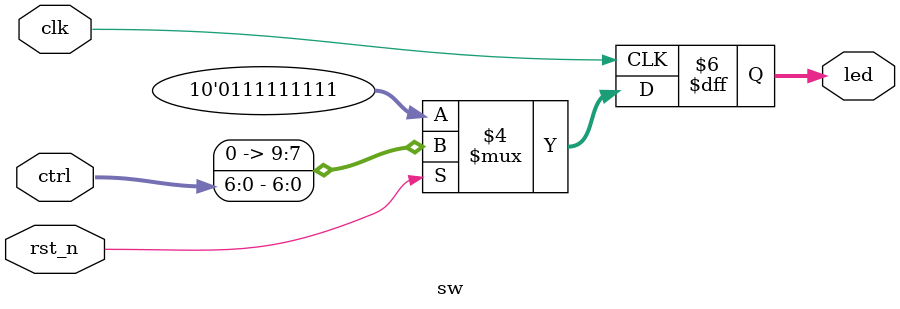
<source format=v>

module sw(
	input 		          		clk,
	input 						rst_n,
  output		 reg    [9:0]	led,
  input 		        [6:0]	ctrl
);


// connect SW to LED
always @(posedge clk)
	begin
		if (!rst_n)
			led <= 9'h1FF ;
		else 
      led <= {7'b0000000, ctrl} ;
	end
endmodule

</source>
